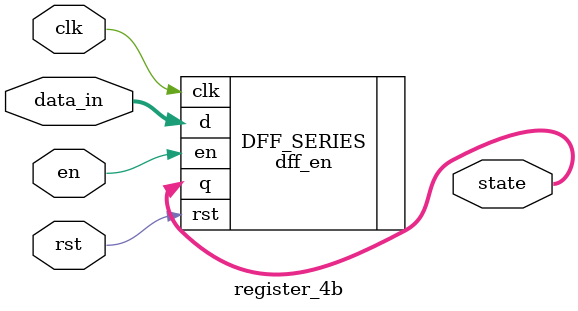
<source format=v>
module register_4b(en, clk, rst, data_in, state);

    input clk, rst, en;
    input [3:0] data_in;
    output [3:0] state;
	
	dff_en DFF_SERIES(.en(en), .clk(clk), .rst(rst), .d(data_in), .q(state));

endmodule
</source>
